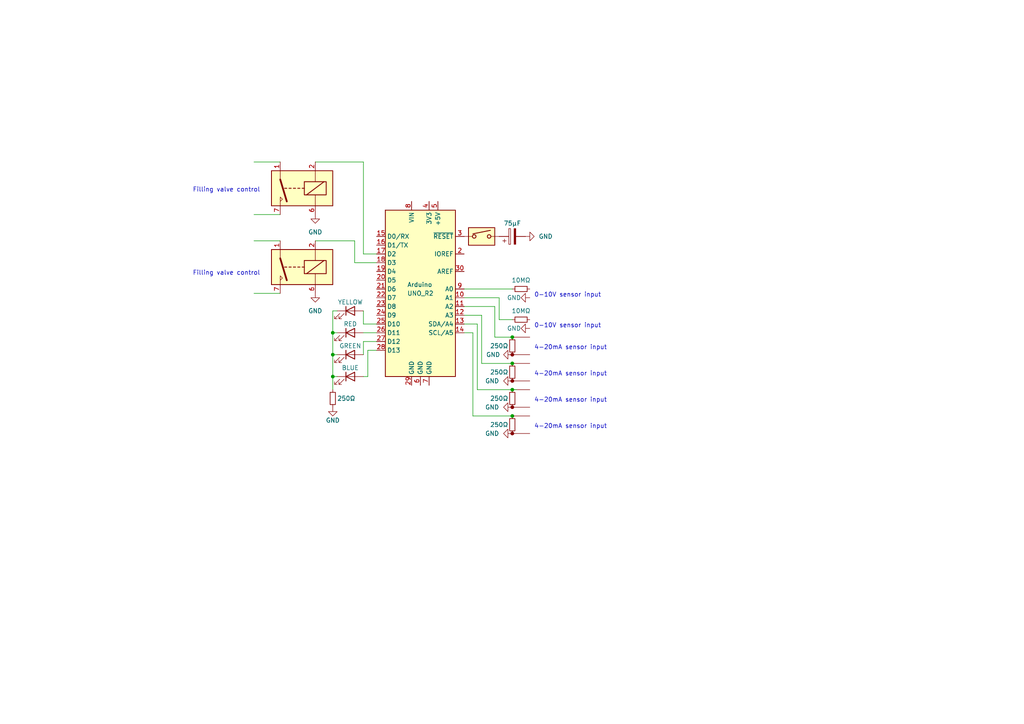
<source format=kicad_sch>
(kicad_sch (version 20211123) (generator eeschema)
  (paper "A4")
  (lib_symbols
    (symbol "Analog_Switch:DG308AxY"
      (symbol "DG308AxY_1_1"
        (rectangle (start -3.81 2.54) (end 3.81 -2.54) (stroke (width 0.254)) (fill (type background)))
        (circle (center -2.159 0) (radius 0.508) (stroke (width 0.254)))
        (polyline (pts (xy -5.08 0) (xy -2.794 0)))
        (polyline (pts (xy -2.54 0.762) (xy 2.54 1.778)) (stroke (width 0.254)))
        (polyline (pts (xy 5.08 0) (xy 2.794 0)))
        (circle (center 2.159 0) (radius 0.508) (stroke (width 0.254)))
      )
      (symbol "DG308AxY_2_1"
        (rectangle (start -3.81 2.54) (end 3.81 -2.54) (stroke (width 0.254)) (fill (type background)))
        (circle (center -2.159 0) (radius 0.508) (stroke (width 0.254)))
        (polyline (pts (xy -5.08 0) (xy -2.794 0)))
        (polyline (pts (xy -2.54 0.762) (xy 2.54 1.778)) (stroke (width 0.254)))
        (polyline (pts (xy 0 -2.54) (xy 0 -2.032)))
        (polyline (pts (xy 0 -1.778) (xy 0 -1.524)))
        (polyline (pts (xy 0 -1.27) (xy 0 -1.016)))
        (polyline (pts (xy 0 -0.762) (xy 0 -0.508)))
        (polyline (pts (xy 0 -0.254) (xy 0 0)))
        (polyline (pts (xy 0 0.254) (xy 0 0.508)))
        (polyline (pts (xy 0 0.762) (xy 0 1.016)))
        (polyline (pts (xy 5.08 0) (xy 2.794 0)))
        (circle (center 2.159 0) (radius 0.508) (stroke (width 0.254)))
      )
      (symbol "DG308AxY_3_1"
        (rectangle (start -3.81 2.54) (end 3.81 -2.54) (stroke (width 0.254)) (fill (type background)))
        (circle (center -2.159 0) (radius 0.508) (stroke (width 0.254)))
        (polyline (pts (xy -5.08 0) (xy -2.794 0)))
        (polyline (pts (xy -2.54 0.762) (xy 2.54 1.778)) (stroke (width 0.254)))
        (polyline (pts (xy 0 -2.54) (xy 0 -2.032)))
        (polyline (pts (xy 0 -1.778) (xy 0 -1.524)))
        (polyline (pts (xy 0 -1.27) (xy 0 -1.016)))
        (polyline (pts (xy 0 -0.762) (xy 0 -0.508)))
        (polyline (pts (xy 0 -0.254) (xy 0 0)))
        (polyline (pts (xy 0 0.254) (xy 0 0.508)))
        (polyline (pts (xy 0 0.762) (xy 0 1.016)))
        (polyline (pts (xy 5.08 0) (xy 2.794 0)))
        (circle (center 2.159 0) (radius 0.508) (stroke (width 0.254)))
      )
      (symbol "DG308AxY_4_1"
        (rectangle (start -3.81 2.54) (end 3.81 -2.54) (stroke (width 0.254)) (fill (type background)))
        (circle (center -2.159 0) (radius 0.508) (stroke (width 0.254)))
        (polyline (pts (xy -5.08 0) (xy -2.794 0)))
        (polyline (pts (xy -2.54 0.762) (xy 2.54 1.778)) (stroke (width 0.254)))
        (polyline (pts (xy 0 -2.54) (xy 0 -2.032)))
        (polyline (pts (xy 0 -1.778) (xy 0 -1.524)))
        (polyline (pts (xy 0 -1.27) (xy 0 -1.016)))
        (polyline (pts (xy 0 -0.762) (xy 0 -0.508)))
        (polyline (pts (xy 0 -0.254) (xy 0 0)))
        (polyline (pts (xy 0 0.254) (xy 0 0.508)))
        (polyline (pts (xy 0 0.762) (xy 0 1.016)))
        (polyline (pts (xy 5.08 0) (xy 2.794 0)))
        (circle (center 2.159 0) (radius 0.508) (stroke (width 0.254)))
      )
      (symbol "DG308AxY_5_0"
        (pin no_connect line (at 2.54 10.16 270) (length 2.54) hide (name "NC") (number "12"))
        (pin power_in line (at 0 12.7 270) (length 2.54) (name "V+") (number "13"))
        (pin power_in line (at 2.54 -12.7 90) (length 2.54) (name "V-") (number "4"))
        (pin power_in line (at 0 -12.7 90) (length 2.54) (name "GND") (number "5"))
      )
      (symbol "DG308AxY_5_1"
        (rectangle (start -3.81 10.16) (end 6.35 -10.16) (stroke (width 0.254)) (fill (type background)))
      )
    )
    (symbol "Device:C_Polarized" (pin_numbers hide) (pin_names (offset 0.254))
      (property "Reference" "C" (at 0.635 2.54 0))
      (property "Value" "C_Polarized" (at 0.635 -2.54 0))
      (symbol "C_Polarized_0_1"
        (rectangle (start -2.286 0.508) (end 2.286 1.016))
        (polyline (pts (xy -1.778 2.286) (xy -0.762 2.286)))
        (polyline (pts (xy -1.27 2.794) (xy -1.27 1.778)))
        (rectangle (start 2.286 -0.508) (end -2.286 -1.016) (fill (type outline)))
      )
      (symbol "C_Polarized_1_1"
        (pin passive line (at 0 3.81 270) (length 2.794) (name "~") (number "1"))
        (pin passive line (at 0 -3.81 90) (length 2.794) (name "~") (number "2"))
      )
    )
    (symbol "Device:LED" (pin_numbers hide) (pin_names (offset 1.016) hide)
      (property "Reference" "D" (at 0 2.54 0))
      (property "Value" "LED" (at 0 -2.54 0))
      (symbol "LED_0_1"
        (polyline (pts (xy -1.27 -1.27) (xy -1.27 1.27)) (stroke (width 0.254)))
        (polyline (pts (xy -1.27 0) (xy 1.27 0)))
        (polyline (pts (xy 1.27 -1.27) (xy 1.27 1.27) (xy -1.27 0) (xy 1.27 -1.27)) (stroke (width 0.254)))
        (polyline (pts (xy -3.048 -0.762) (xy -4.572 -2.286) (xy -3.81 -2.286) (xy -4.572 -2.286) (xy -4.572 -1.524)))
        (polyline (pts (xy -1.778 -0.762) (xy -3.302 -2.286) (xy -2.54 -2.286) (xy -3.302 -2.286) (xy -3.302 -1.524)))
      )
      (symbol "LED_1_1"
        (pin passive line (at -3.81 0 0) (length 2.54) (name "K") (number "1"))
        (pin passive line (at 3.81 0 180) (length 2.54) (name "A") (number "2"))
      )
    )
    (symbol "Device:R_Small" (pin_numbers hide) (pin_names (offset 0.254) hide)
      (property "Reference" "R" (at 0.762 0.508 0))
      (property "Value" "R_Small" (at 0.762 -1.016 0))
      (symbol "R_Small_0_1"
        (rectangle (start -0.762 1.778) (end 0.762 -1.778) (stroke (width 0.2032)))
      )
      (symbol "R_Small_1_1"
        (pin passive line (at 0 2.54 270) (length 0.762) (name "~") (number "1"))
        (pin passive line (at 0 -2.54 90) (length 0.762) (name "~") (number "2"))
      )
    )
    (symbol "MCU_Module:Arduino_UNO_R2"
      (property "Reference" "A" (at -10.16 23.495 0))
      (property "Value" "Arduino_UNO_R2" (at 5.08 -26.67 0))
      (symbol "Arduino_UNO_R2_0_1"
        (rectangle (start -10.16 22.86) (end 10.16 -25.4) (stroke (width 0.254)) (fill (type background)))
      )
      (symbol "Arduino_UNO_R2_1_1"
        (pin no_connect line (at -10.16 -20.32 0) (length 2.54) hide (name "NC") (number "1"))
        (pin bidirectional line (at 12.7 -2.54 180) (length 2.54) (name "A1") (number "10"))
        (pin bidirectional line (at 12.7 -5.08 180) (length 2.54) (name "A2") (number "11"))
        (pin bidirectional line (at 12.7 -7.62 180) (length 2.54) (name "A3") (number "12"))
        (pin bidirectional line (at 12.7 -10.16 180) (length 2.54) (name "SDA/A4") (number "13"))
        (pin bidirectional line (at 12.7 -12.7 180) (length 2.54) (name "SCL/A5") (number "14"))
        (pin bidirectional line (at -12.7 15.24 0) (length 2.54) (name "D0/RX") (number "15"))
        (pin bidirectional line (at -12.7 12.7 0) (length 2.54) (name "D1/TX") (number "16"))
        (pin bidirectional line (at -12.7 10.16 0) (length 2.54) (name "D2") (number "17"))
        (pin bidirectional line (at -12.7 7.62 0) (length 2.54) (name "D3") (number "18"))
        (pin bidirectional line (at -12.7 5.08 0) (length 2.54) (name "D4") (number "19"))
        (pin output line (at 12.7 10.16 180) (length 2.54) (name "IOREF") (number "2"))
        (pin bidirectional line (at -12.7 2.54 0) (length 2.54) (name "D5") (number "20"))
        (pin bidirectional line (at -12.7 0 0) (length 2.54) (name "D6") (number "21"))
        (pin bidirectional line (at -12.7 -2.54 0) (length 2.54) (name "D7") (number "22"))
        (pin bidirectional line (at -12.7 -5.08 0) (length 2.54) (name "D8") (number "23"))
        (pin bidirectional line (at -12.7 -7.62 0) (length 2.54) (name "D9") (number "24"))
        (pin bidirectional line (at -12.7 -10.16 0) (length 2.54) (name "D10") (number "25"))
        (pin bidirectional line (at -12.7 -12.7 0) (length 2.54) (name "D11") (number "26"))
        (pin bidirectional line (at -12.7 -15.24 0) (length 2.54) (name "D12") (number "27"))
        (pin bidirectional line (at -12.7 -17.78 0) (length 2.54) (name "D13") (number "28"))
        (pin power_in line (at -2.54 -27.94 90) (length 2.54) (name "GND") (number "29"))
        (pin input line (at 12.7 15.24 180) (length 2.54) (name "~{RESET}") (number "3"))
        (pin input line (at 12.7 5.08 180) (length 2.54) (name "AREF") (number "30"))
        (pin power_out line (at 2.54 25.4 270) (length 2.54) (name "3V3") (number "4"))
        (pin power_out line (at 5.08 25.4 270) (length 2.54) (name "+5V") (number "5"))
        (pin power_in line (at 0 -27.94 90) (length 2.54) (name "GND") (number "6"))
        (pin power_in line (at 2.54 -27.94 90) (length 2.54) (name "GND") (number "7"))
        (pin power_in line (at -2.54 25.4 270) (length 2.54) (name "VIN") (number "8"))
        (pin bidirectional line (at 12.7 0 180) (length 2.54) (name "A0") (number "9"))
      )
    )
    (symbol "Relay:DIPxx-1Axx-11x"
      (property "Reference" "K" (at 8.89 3.81 0))
      (property "Value" "DIPxx-1Axx-11x" (at 8.89 1.27 0))
      (symbol "DIPxx-1Axx-11x_0_0"
        (polyline (pts (xy 5.08 5.08) (xy 5.08 2.54) (xy 4.445 3.175) (xy 5.08 3.81)))
      )
      (symbol "DIPxx-1Axx-11x_0_1"
        (rectangle (start -10.16 5.08) (end 7.62 -5.08) (stroke (width 0.254)) (fill (type background)))
        (rectangle (start -8.255 1.905) (end -1.905 -1.905) (stroke (width 0.254)))
        (polyline (pts (xy -7.62 -1.905) (xy -2.54 1.905)) (stroke (width 0.254)))
        (polyline (pts (xy -5.08 -5.08) (xy -5.08 -1.905)))
        (polyline (pts (xy -5.08 5.08) (xy -5.08 1.905)))
        (polyline (pts (xy -1.905 0) (xy -1.27 0)) (stroke (width 0.254)))
        (polyline (pts (xy -0.635 0) (xy 0 0)) (stroke (width 0.254)))
        (polyline (pts (xy 0.635 0) (xy 1.27 0)) (stroke (width 0.254)))
        (polyline (pts (xy 1.905 0) (xy 2.54 0)) (stroke (width 0.254)))
        (polyline (pts (xy 3.175 0) (xy 3.81 0)) (stroke (width 0.254)))
        (polyline (pts (xy 5.08 -2.54) (xy 3.175 3.81)) (stroke (width 0.508)))
        (polyline (pts (xy 5.08 -2.54) (xy 5.08 -5.08)))
      )
      (symbol "DIPxx-1Axx-11x_1_1"
        (pin passive line (at 5.08 -7.62 90) (length 2.54) (name "~") (number "1"))
        (pin passive line (at 5.08 -7.62 90) (length 2.54) hide (name "~") (number "14"))
        (pin passive line (at -5.08 -7.62 90) (length 2.54) (name "~") (number "2"))
        (pin passive line (at -5.08 7.62 270) (length 2.54) (name "~") (number "6"))
        (pin passive line (at 5.08 7.62 270) (length 2.54) (name "~") (number "7"))
        (pin passive line (at 5.08 7.62 270) (length 2.54) hide (name "~") (number "8"))
      )
    )
    (symbol "power:GND" (power) (pin_names (offset 0))
      (property "Value" "GND" (at 0 -3.81 0))
      (symbol "GND_0_1"
        (polyline (pts (xy 0 0) (xy 0 -1.27) (xy 1.27 -1.27) (xy 0 -2.54) (xy -1.27 -1.27) (xy 0 -1.27)))
      )
      (symbol "GND_1_1"
        (pin power_in line (at 0 0 270) (length 0) hide (name "GND") (number "1"))
      )
    )
  )
  (junction (at 148.59 110.49) (color 127 0 0 1))
  (junction (at 96.52 96.52))
  (junction (at 148.59 113.03))
  (junction (at 148.59 118.11) (color 127 0 0 1))
  (junction (at 148.59 120.65))
  (junction (at 148.59 125.73) (color 127 0 0 1))
  (junction (at 96.52 102.87))
  (junction (at 148.59 102.87) (color 127 0 0 1))
  (junction (at 148.59 97.79))
  (junction (at 148.59 105.41))
  (junction (at 96.52 109.22))
  (wire (pts (xy 137.16 96.52) (xy 137.16 120.65)))
  (wire (pts (xy 148.59 120.65) (xy 153.67 120.65)) (stroke (width 0) (color 127 0 0 1)))
  (wire (pts (xy 139.7 91.44) (xy 139.7 105.41)))
  (wire (pts (xy 97.79 90.17) (xy 96.52 90.17)))
  (wire (pts (xy 148.59 105.41) (xy 153.67 105.41)) (stroke (width 0) (color 127 0 0 1)))
  (wire (pts (xy 148.59 92.71) (xy 144.78 92.71)))
  (wire (pts (xy 148.59 102.87) (xy 153.67 102.87)) (stroke (width 0) (color 127 0 0 1)))
  (wire (pts (xy 148.59 125.73) (xy 153.67 125.73)) (stroke (width 0) (color 127 0 0 1)))
  (wire (pts (xy 134.62 93.98) (xy 138.43 93.98)))
  (wire (pts (xy 134.62 91.44) (xy 139.7 91.44)))
  (wire (pts (xy 105.41 109.22) (xy 106.68 109.22)))
  (wire (pts (xy 105.41 96.52) (xy 109.22 96.52)))
  (wire (pts (xy 106.68 101.6) (xy 106.68 109.22)))
  (wire (pts (xy 73.66 46.99) (xy 81.28 46.99)))
  (wire (pts (xy 73.66 85.09) (xy 81.28 85.09)))
  (wire (pts (xy 138.43 113.03) (xy 148.59 113.03)))
  (wire (pts (xy 134.62 83.82) (xy 148.59 83.82)))
  (wire (pts (xy 102.87 76.2) (xy 102.87 69.85)))
  (wire (pts (xy 91.44 46.99) (xy 105.41 46.99)))
  (wire (pts (xy 105.41 90.17) (xy 105.41 93.98)))
  (wire (pts (xy 148.59 110.49) (xy 153.67 110.49)) (stroke (width 0) (color 127 0 0 1)))
  (wire (pts (xy 105.41 73.66) (xy 105.41 46.99)))
  (wire (pts (xy 91.44 69.85) (xy 102.87 69.85)))
  (wire (pts (xy 148.59 113.03) (xy 153.67 113.03)) (stroke (width 0) (color 127 0 0 1)))
  (wire (pts (xy 97.79 96.52) (xy 96.52 96.52)))
  (wire (pts (xy 134.62 96.52) (xy 137.16 96.52)))
  (wire (pts (xy 138.43 93.98) (xy 138.43 113.03)))
  (wire (pts (xy 105.41 102.87) (xy 105.41 99.06)))
  (wire (pts (xy 96.52 109.22) (xy 96.52 113.03)))
  (wire (pts (xy 96.52 109.22) (xy 97.79 109.22)))
  (wire (pts (xy 144.78 92.71) (xy 144.78 86.36)))
  (wire (pts (xy 109.22 73.66) (xy 105.41 73.66)))
  (wire (pts (xy 105.41 99.06) (xy 109.22 99.06)))
  (wire (pts (xy 96.52 102.87) (xy 96.52 109.22)))
  (wire (pts (xy 148.59 113.03) (xy 149.86 113.03)))
  (wire (pts (xy 139.7 105.41) (xy 148.59 105.41)))
  (wire (pts (xy 109.22 101.6) (xy 106.68 101.6)))
  (wire (pts (xy 148.59 118.11) (xy 153.67 118.11)) (stroke (width 0) (color 127 0 0 1)))
  (wire (pts (xy 143.51 97.79) (xy 148.59 97.79)))
  (wire (pts (xy 109.22 93.98) (xy 105.41 93.98)))
  (wire (pts (xy 137.16 120.65) (xy 148.59 120.65)))
  (wire (pts (xy 109.22 76.2) (xy 102.87 76.2)))
  (wire (pts (xy 144.78 86.36) (xy 134.62 86.36)))
  (wire (pts (xy 96.52 102.87) (xy 97.79 102.87)))
  (wire (pts (xy 96.52 96.52) (xy 96.52 102.87)))
  (wire (pts (xy 134.62 88.9) (xy 143.51 88.9)))
  (wire (pts (xy 96.52 90.17) (xy 96.52 96.52)))
  (wire (pts (xy 148.59 97.79) (xy 153.67 97.79)) (stroke (width 0) (color 127 0 0 1)))
  (wire (pts (xy 73.66 69.85) (xy 81.28 69.85)))
  (wire (pts (xy 73.66 62.23) (xy 81.28 62.23)))
  (wire (pts (xy 143.51 88.9) (xy 143.51 97.79)))
  (text "4-20mA sensor input" (at 154.94 116.84 0) (effects (font (size 1.27 1.27)) (justify left bottom)))
  (text "4-20mA sensor input" (at 154.94 101.6 0) (effects (font (size 1.27 1.27)) (justify left bottom)))
  (text "4-20mA sensor input" (at 154.94 124.46 0) (effects (font (size 1.27 1.27)) (justify left bottom)))
  (text "Filling valve control" (at 55.88 55.88 0) (effects (font (size 1.27 1.27)) (justify left bottom)))
  (text "4-20mA sensor input" (at 154.94 109.22 0) (effects (font (size 1.27 1.27)) (justify left bottom)))
  (text "0-10V sensor input" (at 154.94 86.36 0) (effects (font (size 1.27 1.27)) (justify left bottom)))
  (text "0-10V sensor input" (at 154.94 95.25 0) (effects (font (size 1.27 1.27)) (justify left bottom)))
  (text "Filling valve control" (at 55.88 80.01 0) (effects (font (size 1.27 1.27)) (justify left bottom)))
  (symbol (lib_id "power:GND") (at 153.67 95.25 270) (unit 1)
    (property "Reference" "#PWR?" (effects hide))
    (property "Value" "GND" (at 151.13 95.25 90) (effects (justify right)))
  )
  (symbol (lib_id "Relay:DIPxx-1Axx-11x") (at 86.36 54.61 180) (unit 1)
    (property "Reference" "K?" (effects hide))
    (property "Value" "DIPxx-1Axx-11x" (effects hide))
    (property "Footprint" "Relay_THT:Relay_StandexMeder_DIP_LowProfile" (effects hide))
    (property "Datasheet" "https://standexelectronics.com/wp-content/uploads/datasheet_reed_relay_DIP.pdf" (effects hide))
  )
  (symbol (lib_id "power:GND") (at 148.59 110.49 270) (unit 1)
    (property "Reference" "#PWR?" (effects hide))
    (property "Value" "GND" (at 144.78 110.4899 90) (effects (justify right)))
  )
  (symbol (lib_id "Device:LED") (at 101.6 90.17 0) (unit 1)
    (property "Reference" "YELLOW" (at 101.6 87.63 0))
    (property "Value" "LED" (effects hide))
  )
  (symbol (lib_id "Device:C_Polarized") (at 148.59 68.58 90) (unit 1)
    (property "Reference" "Capacitor" (effects hide))
    (property "Value" "75μF" (at 148.59 64.77 90))
    (property "Footprint" "test" (effects hide))
  )
  (symbol (lib_id "Device:R_Small") (at 96.52 115.57 0) (unit 1)
    (property "Reference" "R?" (effects hide))
    (property "Value" "250Ω" (at 97.79 115.57 0) (effects (justify left)))
  )
  (symbol (lib_id "power:GND") (at 148.59 102.87 270) (unit 1)
    (property "Reference" "#PWR?" (effects hide))
    (property "Value" "GND" (at 140.97 102.87 90) (effects (justify left)))
  )
  (symbol (lib_id "power:GND") (at 91.44 85.09 0) (unit 1)
    (property "Reference" "#PWR?" (effects hide))
    (property "Value" "GND" (at 91.44 90.17 0))
  )
  (symbol (lib_id "Device:LED") (at 101.6 102.87 0) (unit 1)
    (property "Reference" "GREEN" (at 101.6 100.33 0))
    (property "Value" "LED" (effects hide))
  )
  (symbol (lib_id "Device:R_Small") (at 151.13 83.82 90) (unit 1)
    (property "Reference" "R?" (effects hide))
    (property "Value" "10MΩ" (at 151.13 81.28 90))
  )
  (symbol (lib_id "Device:R_Small") (at 148.59 123.19 0) (unit 1)
    (property "Reference" "R?" (effects hide))
    (property "Value" "250Ω" (at 144.78 123.19 0))
  )
  (symbol (lib_id "Device:LED") (at 101.6 109.22 0) (unit 1)
    (property "Reference" "BLUE" (at 101.6 106.68 0))
    (property "Value" "LED" (effects hide))
  )
  (symbol (lib_id "power:GND") (at 148.59 118.11 270) (unit 1)
    (property "Reference" "#PWR?" (effects hide))
    (property "Value" "GND" (at 144.78 118.1099 90) (effects (justify right)))
  )
  (symbol (lib_id "power:GND") (at 148.59 125.73 270) (unit 1)
    (property "Reference" "#PWR?" (effects hide))
    (property "Value" "GND" (at 144.78 125.7299 90) (effects (justify right)))
  )
  (symbol (lib_id "Device:LED") (at 101.6 96.52 0) (unit 1)
    (property "Reference" "RED" (at 101.6 93.98 0))
    (property "Value" "LED" (effects hide))
  )
  (symbol (lib_id "Device:R_Small") (at 148.59 107.95 0) (unit 1)
    (property "Reference" "R?" (effects hide))
    (property "Value" "250Ω" (at 144.78 107.95 0))
  )
  (symbol (lib_id "Device:R_Small") (at 151.13 92.71 90) (unit 1)
    (property "Reference" "R?" (effects hide))
    (property "Value" "10MΩ" (at 151.13 90.17 90))
  )
  (symbol (lib_id "power:GND") (at 91.44 62.23 0) (unit 1)
    (property "Reference" "#PWR?" (effects hide))
    (property "Value" "GND" (at 91.44 67.31 0))
  )
  (symbol (lib_id "Device:R_Small") (at 148.59 115.57 0) (unit 1)
    (property "Reference" "R?" (effects hide))
    (property "Value" "250Ω" (at 144.78 115.57 0))
  )
  (symbol (lib_id "Relay:DIPxx-1Axx-11x") (at 86.36 77.47 180) (unit 1)
    (property "Reference" "K?" (effects hide))
    (property "Value" "DIPxx-1Axx-11x" (effects hide))
    (property "Footprint" "Relay_THT:Relay_StandexMeder_DIP_LowProfile" (effects hide))
    (property "Datasheet" "https://standexelectronics.com/wp-content/uploads/datasheet_reed_relay_DIP.pdf" (effects hide))
  )
  (symbol (lib_id "Device:R_Small") (at 148.59 100.33 0) (unit 1)
    (property "Reference" "R?" (effects hide))
    (property "Value" "250Ω" (at 144.78 100.33 0))
  )
  (symbol (lib_id "power:GND") (at 152.4 68.58 90) (unit 1)
    (property "Reference" "#PWR?" (effects hide))
    (property "Value" "GND" (at 156.21 68.5799 90) (effects (justify right)))
  )
  (symbol (lib_id "power:GND") (at 153.67 86.36 270) (unit 1)
    (property "Reference" "#PWR?" (effects hide))
    (property "Value" "GND" (at 151.13 86.36 90) (effects (justify right)))
  )
  (symbol (lib_id "Analog_Switch:DG308AxY") (at 139.7 68.58 0) (unit 1)
    (property "Reference" "U?" (effects hide))
    (property "Value" "DG308AxY" (effects hide))
    (property "Footprint" "Package_SO:SOIC-16_3.9x9.9mm_P1.27mm" (effects hide))
    (property "Datasheet" "http://pdf.datasheetcatalog.com/datasheets/70/494502_DS.pdf" (effects hide))
  )
  (symbol (lib_id "power:GND") (at 96.52 118.11 0) (unit 1)
    (property "Reference" "#PWR?" (effects hide))
    (property "Value" "GND" (at 96.52 121.92 0))
  )
  (symbol (lib_id "MCU_Module:Arduino_UNO_R2") (at 121.92 83.82 0) (unit 1)
    (property "Reference" "Arduino" (at 118.11 82.55 0) (effects (justify left)))
    (property "Value" "UNO_R2" (at 118.11 85.09 0) (effects (justify left)))
    (property "Footprint" "Module:Arduino_UNO_R2" (effects hide))
    (property "Datasheet" "https://www.arduino.cc/en/Main/arduinoBoardUno" (effects hide))
  )
)
</source>
